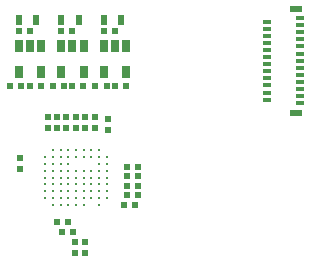
<source format=gbp>
G04 #@! TF.GenerationSoftware,KiCad,Pcbnew,5.1.5+dfsg1-2build2*
G04 #@! TF.CreationDate,2021-10-11T17:45:53+02:00*
G04 #@! TF.ProjectId,sensor_v1.0,73656e73-6f72-45f7-9631-2e302e6b6963,rev?*
G04 #@! TF.SameCoordinates,Original*
G04 #@! TF.FileFunction,Paste,Bot*
G04 #@! TF.FilePolarity,Positive*
%FSLAX46Y46*%
G04 Gerber Fmt 4.6, Leading zero omitted, Abs format (unit mm)*
G04 Created by KiCad (PCBNEW 5.1.5+dfsg1-2build2) date 2021-10-11 17:45:53*
%MOMM*%
%LPD*%
G04 APERTURE LIST*
%ADD10C,0.250000*%
%ADD11R,0.600000X0.500000*%
%ADD12R,0.500000X0.600000*%
%ADD13R,0.650000X1.060000*%
%ADD14R,0.650000X0.300000*%
%ADD15R,1.000000X0.500000*%
%ADD16R,0.600000X0.900000*%
G04 APERTURE END LIST*
D10*
X72400000Y-76740000D03*
X72400000Y-76160000D03*
X72400000Y-75580000D03*
X72400000Y-75000000D03*
X72400000Y-74420000D03*
X72400000Y-73840000D03*
X72400000Y-73260000D03*
X73050000Y-77320000D03*
X73050000Y-76740000D03*
X73050000Y-76160000D03*
X73050000Y-75580000D03*
X73050000Y-75000000D03*
X73050000Y-74420000D03*
X73050000Y-73840000D03*
X73050000Y-73260000D03*
X73050000Y-72680000D03*
X73700000Y-77320000D03*
X73700000Y-76740000D03*
X73700000Y-76160000D03*
X73700000Y-75580000D03*
X73700000Y-75000000D03*
X73700000Y-74420000D03*
X73700000Y-73840000D03*
X73700000Y-73260000D03*
X73700000Y-72680000D03*
X74350000Y-77320000D03*
X74350000Y-76740000D03*
X74350000Y-76160000D03*
X74350000Y-75580000D03*
X74350000Y-75000000D03*
X74350000Y-74420000D03*
X74350000Y-73840000D03*
X74350000Y-73260000D03*
X74350000Y-72680000D03*
X75000000Y-77320000D03*
X75000000Y-76740000D03*
X75000000Y-76160000D03*
X75000000Y-75580000D03*
X75000000Y-75000000D03*
X75000000Y-74420000D03*
X75000000Y-73260000D03*
X75000000Y-72680000D03*
X75650000Y-77320000D03*
X75650000Y-76740000D03*
X75650000Y-76160000D03*
X75650000Y-75580000D03*
X75650000Y-75000000D03*
X75650000Y-74420000D03*
X75650000Y-73260000D03*
X75650000Y-72680000D03*
X76300000Y-76740000D03*
X76300000Y-76160000D03*
X76300000Y-75580000D03*
X76300000Y-75000000D03*
X76300000Y-74420000D03*
X76300000Y-73260000D03*
X76300000Y-72680000D03*
X76950000Y-77320000D03*
X76950000Y-76740000D03*
X76950000Y-76160000D03*
X76950000Y-75580000D03*
X76950000Y-75000000D03*
X76950000Y-74420000D03*
X76950000Y-73840000D03*
X76950000Y-73260000D03*
X76950000Y-72680000D03*
X77600000Y-76740000D03*
X77600000Y-76160000D03*
X77600000Y-75580000D03*
X77600000Y-75000000D03*
X77600000Y-74420000D03*
X77600000Y-73840000D03*
X77600000Y-73260000D03*
D11*
X74950000Y-81370000D03*
X74950000Y-80430000D03*
X75775000Y-81370000D03*
X75775000Y-80430000D03*
D12*
X74770000Y-79650000D03*
X73830000Y-79650000D03*
D13*
X73750000Y-66025000D03*
X75650000Y-66025000D03*
X75650000Y-63825000D03*
X74700000Y-63825000D03*
X73750000Y-63825000D03*
X70150000Y-66025000D03*
X72050000Y-66025000D03*
X72050000Y-63825000D03*
X71100000Y-63825000D03*
X70150000Y-63825000D03*
X77350000Y-66025000D03*
X79250000Y-66025000D03*
X79250000Y-63825000D03*
X78300000Y-63825000D03*
X77350000Y-63825000D03*
D12*
X73380000Y-78725000D03*
X74320000Y-78725000D03*
D11*
X75000000Y-70820000D03*
X75000000Y-69880000D03*
D14*
X94000000Y-64500000D03*
X94000000Y-65100000D03*
X94000000Y-63900000D03*
X94000000Y-63300000D03*
X94000000Y-62700000D03*
X94000000Y-62100000D03*
X94000000Y-61500000D03*
X94000000Y-68700000D03*
X94000000Y-68100000D03*
X94000000Y-66900000D03*
X94000000Y-65700000D03*
X94000000Y-66300000D03*
X94000000Y-67500000D03*
X91200000Y-65400000D03*
X91200000Y-66000000D03*
X91200000Y-64800000D03*
X91200000Y-63000000D03*
X91200000Y-67200000D03*
X91200000Y-62400000D03*
X91200000Y-63600000D03*
X91200000Y-61800000D03*
X91200000Y-68400000D03*
X91200000Y-64200000D03*
X91200000Y-67800000D03*
X91200000Y-66600000D03*
D15*
X93600000Y-69500000D03*
X93600000Y-60700000D03*
D12*
X79330000Y-76500000D03*
X80270000Y-76500000D03*
X79330000Y-75700000D03*
X80270000Y-75700000D03*
X79330000Y-74900000D03*
X80270000Y-74900000D03*
X79330000Y-74100000D03*
X80270000Y-74100000D03*
D11*
X76600000Y-69880000D03*
X76600000Y-70820000D03*
X77700000Y-70030000D03*
X77700000Y-70970000D03*
D12*
X79995000Y-77300000D03*
X79055000Y-77300000D03*
D11*
X72600000Y-69880000D03*
X72600000Y-70820000D03*
X75800000Y-69880000D03*
X75800000Y-70820000D03*
X74200000Y-69880000D03*
X74200000Y-70820000D03*
X70300000Y-73330000D03*
X70300000Y-74270000D03*
X73400000Y-69880000D03*
X73400000Y-70820000D03*
D12*
X73995000Y-67225000D03*
X73055000Y-67225000D03*
X70395000Y-67225000D03*
X69455000Y-67225000D03*
X77595000Y-67225000D03*
X76655000Y-67225000D03*
X74705000Y-67225000D03*
X75645000Y-67225000D03*
X71105000Y-67225000D03*
X72045000Y-67225000D03*
X78305000Y-67225000D03*
X79245000Y-67225000D03*
X78295000Y-62625000D03*
X77355000Y-62625000D03*
X74695000Y-62625000D03*
X73755000Y-62625000D03*
X71095000Y-62625000D03*
X70155000Y-62625000D03*
D16*
X78850000Y-61675000D03*
X77350000Y-61675000D03*
X75250000Y-61675000D03*
X73750000Y-61675000D03*
X71650000Y-61675000D03*
X70150000Y-61675000D03*
M02*

</source>
